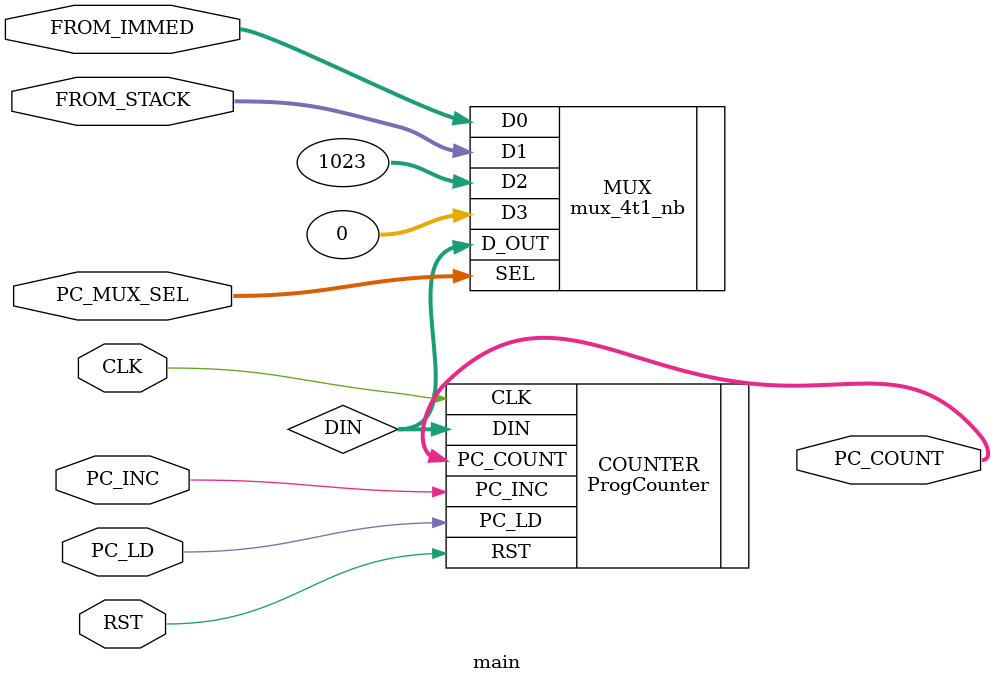
<source format=sv>
`include "./mux_4t1_nb.sv"
`include "./ProgCounter.sv"

module main(
	input CLK,
	input PC_LD, 
	input PC_INC, 
	input RST, 
	input [1:0] PC_MUX_SEL, 
	input [9:0] FROM_IMMED, 
	input [9:0] FROM_STACK,
	output reg [9:0] PC_COUNT );

wire [9:0] DIN;

mux_4t1_nb #(.n(10)) MUX(
	.SEL(PC_MUX_SEL),
	.D0(FROM_IMMED),
	.D1(FROM_STACK),
	.D2('h03FF),
	.D3(0),
	.D_OUT(DIN));

ProgCounter #(.n(10)) COUNTER(
	.DIN(DIN),
	.PC_LD(PC_LD),
	.PC_INC(PC_INC),
	.RST(RST),
	.CLK(CLK),
	.PC_COUNT(PC_COUNT));

endmodule

</source>
